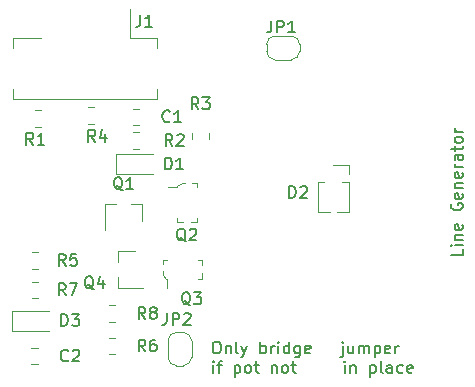
<source format=gbr>
G04 #@! TF.GenerationSoftware,KiCad,Pcbnew,(5.1.0)-1*
G04 #@! TF.CreationDate,2020-03-11T19:31:42+00:00*
G04 #@! TF.ProjectId,Line Generator,4c696e65-2047-4656-9e65-7261746f722e,rev?*
G04 #@! TF.SameCoordinates,Original*
G04 #@! TF.FileFunction,Legend,Top*
G04 #@! TF.FilePolarity,Positive*
%FSLAX46Y46*%
G04 Gerber Fmt 4.6, Leading zero omitted, Abs format (unit mm)*
G04 Created by KiCad (PCBNEW (5.1.0)-1) date 2020-03-11 19:31:42*
%MOMM*%
%LPD*%
G04 APERTURE LIST*
%ADD10C,0.150000*%
%ADD11C,0.120000*%
%ADD12C,0.100000*%
G04 APERTURE END LIST*
D10*
X240952380Y-90059523D02*
X240952380Y-90535714D01*
X239952380Y-90535714D01*
X240952380Y-89726190D02*
X240285714Y-89726190D01*
X239952380Y-89726190D02*
X240000000Y-89773809D01*
X240047619Y-89726190D01*
X240000000Y-89678571D01*
X239952380Y-89726190D01*
X240047619Y-89726190D01*
X240285714Y-89250000D02*
X240952380Y-89250000D01*
X240380952Y-89250000D02*
X240333333Y-89202380D01*
X240285714Y-89107142D01*
X240285714Y-88964285D01*
X240333333Y-88869047D01*
X240428571Y-88821428D01*
X240952380Y-88821428D01*
X240904761Y-87964285D02*
X240952380Y-88059523D01*
X240952380Y-88250000D01*
X240904761Y-88345238D01*
X240809523Y-88392857D01*
X240428571Y-88392857D01*
X240333333Y-88345238D01*
X240285714Y-88250000D01*
X240285714Y-88059523D01*
X240333333Y-87964285D01*
X240428571Y-87916666D01*
X240523809Y-87916666D01*
X240619047Y-88392857D01*
X240000000Y-86202380D02*
X239952380Y-86297619D01*
X239952380Y-86440476D01*
X240000000Y-86583333D01*
X240095238Y-86678571D01*
X240190476Y-86726190D01*
X240380952Y-86773809D01*
X240523809Y-86773809D01*
X240714285Y-86726190D01*
X240809523Y-86678571D01*
X240904761Y-86583333D01*
X240952380Y-86440476D01*
X240952380Y-86345238D01*
X240904761Y-86202380D01*
X240857142Y-86154761D01*
X240523809Y-86154761D01*
X240523809Y-86345238D01*
X240904761Y-85345238D02*
X240952380Y-85440476D01*
X240952380Y-85630952D01*
X240904761Y-85726190D01*
X240809523Y-85773809D01*
X240428571Y-85773809D01*
X240333333Y-85726190D01*
X240285714Y-85630952D01*
X240285714Y-85440476D01*
X240333333Y-85345238D01*
X240428571Y-85297619D01*
X240523809Y-85297619D01*
X240619047Y-85773809D01*
X240285714Y-84869047D02*
X240952380Y-84869047D01*
X240380952Y-84869047D02*
X240333333Y-84821428D01*
X240285714Y-84726190D01*
X240285714Y-84583333D01*
X240333333Y-84488095D01*
X240428571Y-84440476D01*
X240952380Y-84440476D01*
X240904761Y-83583333D02*
X240952380Y-83678571D01*
X240952380Y-83869047D01*
X240904761Y-83964285D01*
X240809523Y-84011904D01*
X240428571Y-84011904D01*
X240333333Y-83964285D01*
X240285714Y-83869047D01*
X240285714Y-83678571D01*
X240333333Y-83583333D01*
X240428571Y-83535714D01*
X240523809Y-83535714D01*
X240619047Y-84011904D01*
X240952380Y-83107142D02*
X240285714Y-83107142D01*
X240476190Y-83107142D02*
X240380952Y-83059523D01*
X240333333Y-83011904D01*
X240285714Y-82916666D01*
X240285714Y-82821428D01*
X240952380Y-82059523D02*
X240428571Y-82059523D01*
X240333333Y-82107142D01*
X240285714Y-82202380D01*
X240285714Y-82392857D01*
X240333333Y-82488095D01*
X240904761Y-82059523D02*
X240952380Y-82154761D01*
X240952380Y-82392857D01*
X240904761Y-82488095D01*
X240809523Y-82535714D01*
X240714285Y-82535714D01*
X240619047Y-82488095D01*
X240571428Y-82392857D01*
X240571428Y-82154761D01*
X240523809Y-82059523D01*
X240285714Y-81726190D02*
X240285714Y-81345238D01*
X239952380Y-81583333D02*
X240809523Y-81583333D01*
X240904761Y-81535714D01*
X240952380Y-81440476D01*
X240952380Y-81345238D01*
X240952380Y-80869047D02*
X240904761Y-80964285D01*
X240857142Y-81011904D01*
X240761904Y-81059523D01*
X240476190Y-81059523D01*
X240380952Y-81011904D01*
X240333333Y-80964285D01*
X240285714Y-80869047D01*
X240285714Y-80726190D01*
X240333333Y-80630952D01*
X240380952Y-80583333D01*
X240476190Y-80535714D01*
X240761904Y-80535714D01*
X240857142Y-80583333D01*
X240904761Y-80630952D01*
X240952380Y-80726190D01*
X240952380Y-80869047D01*
X240952380Y-80107142D02*
X240285714Y-80107142D01*
X240476190Y-80107142D02*
X240380952Y-80059523D01*
X240333333Y-80011904D01*
X240285714Y-79916666D01*
X240285714Y-79821428D01*
X220026071Y-97877380D02*
X220216547Y-97877380D01*
X220311785Y-97925000D01*
X220407023Y-98020238D01*
X220454642Y-98210714D01*
X220454642Y-98544047D01*
X220407023Y-98734523D01*
X220311785Y-98829761D01*
X220216547Y-98877380D01*
X220026071Y-98877380D01*
X219930833Y-98829761D01*
X219835595Y-98734523D01*
X219787976Y-98544047D01*
X219787976Y-98210714D01*
X219835595Y-98020238D01*
X219930833Y-97925000D01*
X220026071Y-97877380D01*
X220883214Y-98210714D02*
X220883214Y-98877380D01*
X220883214Y-98305952D02*
X220930833Y-98258333D01*
X221026071Y-98210714D01*
X221168928Y-98210714D01*
X221264166Y-98258333D01*
X221311785Y-98353571D01*
X221311785Y-98877380D01*
X221930833Y-98877380D02*
X221835595Y-98829761D01*
X221787976Y-98734523D01*
X221787976Y-97877380D01*
X222216547Y-98210714D02*
X222454642Y-98877380D01*
X222692738Y-98210714D02*
X222454642Y-98877380D01*
X222359404Y-99115476D01*
X222311785Y-99163095D01*
X222216547Y-99210714D01*
X223835595Y-98877380D02*
X223835595Y-97877380D01*
X223835595Y-98258333D02*
X223930833Y-98210714D01*
X224121309Y-98210714D01*
X224216547Y-98258333D01*
X224264166Y-98305952D01*
X224311785Y-98401190D01*
X224311785Y-98686904D01*
X224264166Y-98782142D01*
X224216547Y-98829761D01*
X224121309Y-98877380D01*
X223930833Y-98877380D01*
X223835595Y-98829761D01*
X224740357Y-98877380D02*
X224740357Y-98210714D01*
X224740357Y-98401190D02*
X224787976Y-98305952D01*
X224835595Y-98258333D01*
X224930833Y-98210714D01*
X225026071Y-98210714D01*
X225359404Y-98877380D02*
X225359404Y-98210714D01*
X225359404Y-97877380D02*
X225311785Y-97925000D01*
X225359404Y-97972619D01*
X225407023Y-97925000D01*
X225359404Y-97877380D01*
X225359404Y-97972619D01*
X226264166Y-98877380D02*
X226264166Y-97877380D01*
X226264166Y-98829761D02*
X226168928Y-98877380D01*
X225978452Y-98877380D01*
X225883214Y-98829761D01*
X225835595Y-98782142D01*
X225787976Y-98686904D01*
X225787976Y-98401190D01*
X225835595Y-98305952D01*
X225883214Y-98258333D01*
X225978452Y-98210714D01*
X226168928Y-98210714D01*
X226264166Y-98258333D01*
X227168928Y-98210714D02*
X227168928Y-99020238D01*
X227121309Y-99115476D01*
X227073690Y-99163095D01*
X226978452Y-99210714D01*
X226835595Y-99210714D01*
X226740357Y-99163095D01*
X227168928Y-98829761D02*
X227073690Y-98877380D01*
X226883214Y-98877380D01*
X226787976Y-98829761D01*
X226740357Y-98782142D01*
X226692738Y-98686904D01*
X226692738Y-98401190D01*
X226740357Y-98305952D01*
X226787976Y-98258333D01*
X226883214Y-98210714D01*
X227073690Y-98210714D01*
X227168928Y-98258333D01*
X228026071Y-98829761D02*
X227930833Y-98877380D01*
X227740357Y-98877380D01*
X227645119Y-98829761D01*
X227597500Y-98734523D01*
X227597500Y-98353571D01*
X227645119Y-98258333D01*
X227740357Y-98210714D01*
X227930833Y-98210714D01*
X228026071Y-98258333D01*
X228073690Y-98353571D01*
X228073690Y-98448809D01*
X227597500Y-98544047D01*
X230787976Y-98210714D02*
X230787976Y-99067857D01*
X230740357Y-99163095D01*
X230645119Y-99210714D01*
X230597500Y-99210714D01*
X230787976Y-97877380D02*
X230740357Y-97925000D01*
X230787976Y-97972619D01*
X230835595Y-97925000D01*
X230787976Y-97877380D01*
X230787976Y-97972619D01*
X231692738Y-98210714D02*
X231692738Y-98877380D01*
X231264166Y-98210714D02*
X231264166Y-98734523D01*
X231311785Y-98829761D01*
X231407023Y-98877380D01*
X231549880Y-98877380D01*
X231645119Y-98829761D01*
X231692738Y-98782142D01*
X232168928Y-98877380D02*
X232168928Y-98210714D01*
X232168928Y-98305952D02*
X232216547Y-98258333D01*
X232311785Y-98210714D01*
X232454642Y-98210714D01*
X232549880Y-98258333D01*
X232597500Y-98353571D01*
X232597500Y-98877380D01*
X232597500Y-98353571D02*
X232645119Y-98258333D01*
X232740357Y-98210714D01*
X232883214Y-98210714D01*
X232978452Y-98258333D01*
X233026071Y-98353571D01*
X233026071Y-98877380D01*
X233502261Y-98210714D02*
X233502261Y-99210714D01*
X233502261Y-98258333D02*
X233597500Y-98210714D01*
X233787976Y-98210714D01*
X233883214Y-98258333D01*
X233930833Y-98305952D01*
X233978452Y-98401190D01*
X233978452Y-98686904D01*
X233930833Y-98782142D01*
X233883214Y-98829761D01*
X233787976Y-98877380D01*
X233597500Y-98877380D01*
X233502261Y-98829761D01*
X234787976Y-98829761D02*
X234692738Y-98877380D01*
X234502261Y-98877380D01*
X234407023Y-98829761D01*
X234359404Y-98734523D01*
X234359404Y-98353571D01*
X234407023Y-98258333D01*
X234502261Y-98210714D01*
X234692738Y-98210714D01*
X234787976Y-98258333D01*
X234835595Y-98353571D01*
X234835595Y-98448809D01*
X234359404Y-98544047D01*
X235264166Y-98877380D02*
X235264166Y-98210714D01*
X235264166Y-98401190D02*
X235311785Y-98305952D01*
X235359404Y-98258333D01*
X235454642Y-98210714D01*
X235549880Y-98210714D01*
X219835595Y-100527380D02*
X219835595Y-99860714D01*
X219835595Y-99527380D02*
X219787976Y-99575000D01*
X219835595Y-99622619D01*
X219883214Y-99575000D01*
X219835595Y-99527380D01*
X219835595Y-99622619D01*
X220168928Y-99860714D02*
X220549880Y-99860714D01*
X220311785Y-100527380D02*
X220311785Y-99670238D01*
X220359404Y-99575000D01*
X220454642Y-99527380D01*
X220549880Y-99527380D01*
X221645119Y-99860714D02*
X221645119Y-100860714D01*
X221645119Y-99908333D02*
X221740357Y-99860714D01*
X221930833Y-99860714D01*
X222026071Y-99908333D01*
X222073690Y-99955952D01*
X222121309Y-100051190D01*
X222121309Y-100336904D01*
X222073690Y-100432142D01*
X222026071Y-100479761D01*
X221930833Y-100527380D01*
X221740357Y-100527380D01*
X221645119Y-100479761D01*
X222692738Y-100527380D02*
X222597500Y-100479761D01*
X222549880Y-100432142D01*
X222502261Y-100336904D01*
X222502261Y-100051190D01*
X222549880Y-99955952D01*
X222597500Y-99908333D01*
X222692738Y-99860714D01*
X222835595Y-99860714D01*
X222930833Y-99908333D01*
X222978452Y-99955952D01*
X223026071Y-100051190D01*
X223026071Y-100336904D01*
X222978452Y-100432142D01*
X222930833Y-100479761D01*
X222835595Y-100527380D01*
X222692738Y-100527380D01*
X223311785Y-99860714D02*
X223692738Y-99860714D01*
X223454642Y-99527380D02*
X223454642Y-100384523D01*
X223502261Y-100479761D01*
X223597500Y-100527380D01*
X223692738Y-100527380D01*
X224787976Y-99860714D02*
X224787976Y-100527380D01*
X224787976Y-99955952D02*
X224835595Y-99908333D01*
X224930833Y-99860714D01*
X225073690Y-99860714D01*
X225168928Y-99908333D01*
X225216547Y-100003571D01*
X225216547Y-100527380D01*
X225835595Y-100527380D02*
X225740357Y-100479761D01*
X225692738Y-100432142D01*
X225645119Y-100336904D01*
X225645119Y-100051190D01*
X225692738Y-99955952D01*
X225740357Y-99908333D01*
X225835595Y-99860714D01*
X225978452Y-99860714D01*
X226073690Y-99908333D01*
X226121309Y-99955952D01*
X226168928Y-100051190D01*
X226168928Y-100336904D01*
X226121309Y-100432142D01*
X226073690Y-100479761D01*
X225978452Y-100527380D01*
X225835595Y-100527380D01*
X226454642Y-99860714D02*
X226835595Y-99860714D01*
X226597500Y-99527380D02*
X226597500Y-100384523D01*
X226645119Y-100479761D01*
X226740357Y-100527380D01*
X226835595Y-100527380D01*
X230978452Y-100527380D02*
X230978452Y-99860714D01*
X230978452Y-99527380D02*
X230930833Y-99575000D01*
X230978452Y-99622619D01*
X231026071Y-99575000D01*
X230978452Y-99527380D01*
X230978452Y-99622619D01*
X231454642Y-99860714D02*
X231454642Y-100527380D01*
X231454642Y-99955952D02*
X231502261Y-99908333D01*
X231597500Y-99860714D01*
X231740357Y-99860714D01*
X231835595Y-99908333D01*
X231883214Y-100003571D01*
X231883214Y-100527380D01*
X233121309Y-99860714D02*
X233121309Y-100860714D01*
X233121309Y-99908333D02*
X233216547Y-99860714D01*
X233407023Y-99860714D01*
X233502261Y-99908333D01*
X233549880Y-99955952D01*
X233597500Y-100051190D01*
X233597500Y-100336904D01*
X233549880Y-100432142D01*
X233502261Y-100479761D01*
X233407023Y-100527380D01*
X233216547Y-100527380D01*
X233121309Y-100479761D01*
X234168928Y-100527380D02*
X234073690Y-100479761D01*
X234026071Y-100384523D01*
X234026071Y-99527380D01*
X234978452Y-100527380D02*
X234978452Y-100003571D01*
X234930833Y-99908333D01*
X234835595Y-99860714D01*
X234645119Y-99860714D01*
X234549880Y-99908333D01*
X234978452Y-100479761D02*
X234883214Y-100527380D01*
X234645119Y-100527380D01*
X234549880Y-100479761D01*
X234502261Y-100384523D01*
X234502261Y-100289285D01*
X234549880Y-100194047D01*
X234645119Y-100146428D01*
X234883214Y-100146428D01*
X234978452Y-100098809D01*
X235883214Y-100479761D02*
X235787976Y-100527380D01*
X235597500Y-100527380D01*
X235502261Y-100479761D01*
X235454642Y-100432142D01*
X235407023Y-100336904D01*
X235407023Y-100051190D01*
X235454642Y-99955952D01*
X235502261Y-99908333D01*
X235597500Y-99860714D01*
X235787976Y-99860714D01*
X235883214Y-99908333D01*
X236692738Y-100479761D02*
X236597500Y-100527380D01*
X236407023Y-100527380D01*
X236311785Y-100479761D01*
X236264166Y-100384523D01*
X236264166Y-100003571D01*
X236311785Y-99908333D01*
X236407023Y-99860714D01*
X236597500Y-99860714D01*
X236692738Y-99908333D01*
X236740357Y-100003571D01*
X236740357Y-100098809D01*
X236264166Y-100194047D01*
D11*
X215085000Y-72990000D02*
X215085000Y-72140000D01*
X215085000Y-72140000D02*
X212760000Y-72140000D01*
X212760000Y-72140000D02*
X212760000Y-69750000D01*
X202915000Y-72990000D02*
X202915000Y-72140000D01*
X202915000Y-72140000D02*
X205240000Y-72140000D01*
X215085000Y-76510000D02*
X215085000Y-77360000D01*
X215085000Y-77360000D02*
X202915000Y-77360000D01*
X202915000Y-77360000D02*
X202915000Y-76510000D01*
X211600000Y-82000000D02*
X211600000Y-83700000D01*
X211600000Y-83700000D02*
X214750000Y-83700000D01*
X211600000Y-82000000D02*
X214750000Y-82000000D01*
X228670000Y-84335000D02*
X229240000Y-84335000D01*
X230760000Y-84335000D02*
X231330000Y-84335000D01*
X228670000Y-84335000D02*
X228670000Y-86935000D01*
X228670000Y-86935000D02*
X229692470Y-86935000D01*
X230307530Y-86935000D02*
X231330000Y-86935000D01*
X231330000Y-84335000D02*
X231330000Y-86935000D01*
X231330000Y-82940000D02*
X231330000Y-83700000D01*
X230000000Y-82940000D02*
X231330000Y-82940000D01*
X213830000Y-86240000D02*
X212900000Y-86240000D01*
X210670000Y-86240000D02*
X211600000Y-86240000D01*
X210670000Y-86240000D02*
X210670000Y-88400000D01*
X213830000Y-86240000D02*
X213830000Y-87700000D01*
X205261252Y-79710000D02*
X204738748Y-79710000D01*
X205261252Y-78290000D02*
X204738748Y-78290000D01*
X209238748Y-79460000D02*
X209761252Y-79460000D01*
X209238748Y-78040000D02*
X209761252Y-78040000D01*
X213561252Y-79560000D02*
X213038748Y-79560000D01*
X213561252Y-78140000D02*
X213038748Y-78140000D01*
X225050000Y-72000000D02*
X226450000Y-72000000D01*
X227150000Y-72700000D02*
X227150000Y-73300000D01*
X226450000Y-74000000D02*
X225050000Y-74000000D01*
X224350000Y-73300000D02*
X224350000Y-72700000D01*
X224350000Y-72700000D02*
G75*
G02X225050000Y-72000000I700000J0D01*
G01*
X225050000Y-74000000D02*
G75*
G02X224350000Y-73300000I0J700000D01*
G01*
X227150000Y-73300000D02*
G75*
G02X226450000Y-74000000I-700000J0D01*
G01*
X226450000Y-72000000D02*
G75*
G02X227150000Y-72700000I0J-700000D01*
G01*
D12*
X218425000Y-84450000D02*
X218425000Y-84750000D01*
X218050000Y-84450000D02*
X218425000Y-84450000D01*
X218425000Y-87750000D02*
X217975000Y-87750000D01*
X218425000Y-87450000D02*
X218425000Y-87750000D01*
X218425000Y-87525000D02*
X218425000Y-87400000D01*
X216775000Y-87750000D02*
X216775000Y-87400000D01*
X217250000Y-87750000D02*
X216775000Y-87750000D01*
X216775000Y-84775000D02*
X216000000Y-84775000D01*
X216775000Y-84725000D02*
X216775000Y-84775000D01*
X217150000Y-84450000D02*
X216775000Y-84725000D01*
X217425000Y-84450000D02*
X217150000Y-84450000D01*
D11*
X204961252Y-99810000D02*
X204438748Y-99810000D01*
X204961252Y-98390000D02*
X204438748Y-98390000D01*
X202800000Y-95250000D02*
X202800000Y-96950000D01*
X202800000Y-96950000D02*
X205950000Y-96950000D01*
X202800000Y-95250000D02*
X205950000Y-95250000D01*
X218000000Y-99200000D02*
G75*
G02X217300000Y-99900000I-700000J0D01*
G01*
X216700000Y-99900000D02*
G75*
G02X216000000Y-99200000I0J700000D01*
G01*
X216000000Y-97800000D02*
G75*
G02X216700000Y-97100000I700000J0D01*
G01*
X217300000Y-97100000D02*
G75*
G02X218000000Y-97800000I0J-700000D01*
G01*
X216700000Y-97100000D02*
X217300000Y-97100000D01*
X216000000Y-99200000D02*
X216000000Y-97800000D01*
X217300000Y-99900000D02*
X216700000Y-99900000D01*
X218000000Y-97800000D02*
X218000000Y-99200000D01*
D12*
X215600000Y-91925000D02*
X215600000Y-92200000D01*
X215600000Y-92200000D02*
X215875000Y-92575000D01*
X215875000Y-92575000D02*
X215925000Y-92575000D01*
X215925000Y-92575000D02*
X215925000Y-93350000D01*
X218900000Y-92100000D02*
X218900000Y-92575000D01*
X218900000Y-92575000D02*
X218550000Y-92575000D01*
X218675000Y-90925000D02*
X218550000Y-90925000D01*
X218600000Y-90925000D02*
X218900000Y-90925000D01*
X218900000Y-90925000D02*
X218900000Y-91375000D01*
X215600000Y-91300000D02*
X215600000Y-90925000D01*
X215600000Y-90925000D02*
X215900000Y-90925000D01*
D11*
X211740000Y-90170000D02*
X211740000Y-91100000D01*
X211740000Y-93330000D02*
X211740000Y-92400000D01*
X211740000Y-93330000D02*
X213900000Y-93330000D01*
X211740000Y-90170000D02*
X213200000Y-90170000D01*
X205011252Y-91710000D02*
X204488748Y-91710000D01*
X205011252Y-90290000D02*
X204488748Y-90290000D01*
X211511252Y-94790000D02*
X210988748Y-94790000D01*
X211511252Y-96210000D02*
X210988748Y-96210000D01*
X213038748Y-81560000D02*
X213561252Y-81560000D01*
X213038748Y-80140000D02*
X213561252Y-80140000D01*
X219460000Y-80238748D02*
X219460000Y-80761252D01*
X218040000Y-80238748D02*
X218040000Y-80761252D01*
X210988748Y-98960000D02*
X211511252Y-98960000D01*
X210988748Y-97540000D02*
X211511252Y-97540000D01*
X204488748Y-92790000D02*
X205011252Y-92790000D01*
X204488748Y-94210000D02*
X205011252Y-94210000D01*
D10*
X213666666Y-70202380D02*
X213666666Y-70916666D01*
X213619047Y-71059523D01*
X213523809Y-71154761D01*
X213380952Y-71202380D01*
X213285714Y-71202380D01*
X214666666Y-71202380D02*
X214095238Y-71202380D01*
X214380952Y-71202380D02*
X214380952Y-70202380D01*
X214285714Y-70345238D01*
X214190476Y-70440476D01*
X214095238Y-70488095D01*
X215761904Y-83302380D02*
X215761904Y-82302380D01*
X216000000Y-82302380D01*
X216142857Y-82350000D01*
X216238095Y-82445238D01*
X216285714Y-82540476D01*
X216333333Y-82730952D01*
X216333333Y-82873809D01*
X216285714Y-83064285D01*
X216238095Y-83159523D01*
X216142857Y-83254761D01*
X216000000Y-83302380D01*
X215761904Y-83302380D01*
X217285714Y-83302380D02*
X216714285Y-83302380D01*
X217000000Y-83302380D02*
X217000000Y-82302380D01*
X216904761Y-82445238D01*
X216809523Y-82540476D01*
X216714285Y-82588095D01*
X226261904Y-85702380D02*
X226261904Y-84702380D01*
X226500000Y-84702380D01*
X226642857Y-84750000D01*
X226738095Y-84845238D01*
X226785714Y-84940476D01*
X226833333Y-85130952D01*
X226833333Y-85273809D01*
X226785714Y-85464285D01*
X226738095Y-85559523D01*
X226642857Y-85654761D01*
X226500000Y-85702380D01*
X226261904Y-85702380D01*
X227214285Y-84797619D02*
X227261904Y-84750000D01*
X227357142Y-84702380D01*
X227595238Y-84702380D01*
X227690476Y-84750000D01*
X227738095Y-84797619D01*
X227785714Y-84892857D01*
X227785714Y-84988095D01*
X227738095Y-85130952D01*
X227166666Y-85702380D01*
X227785714Y-85702380D01*
X212154761Y-85047619D02*
X212059523Y-85000000D01*
X211964285Y-84904761D01*
X211821428Y-84761904D01*
X211726190Y-84714285D01*
X211630952Y-84714285D01*
X211678571Y-84952380D02*
X211583333Y-84904761D01*
X211488095Y-84809523D01*
X211440476Y-84619047D01*
X211440476Y-84285714D01*
X211488095Y-84095238D01*
X211583333Y-84000000D01*
X211678571Y-83952380D01*
X211869047Y-83952380D01*
X211964285Y-84000000D01*
X212059523Y-84095238D01*
X212107142Y-84285714D01*
X212107142Y-84619047D01*
X212059523Y-84809523D01*
X211964285Y-84904761D01*
X211869047Y-84952380D01*
X211678571Y-84952380D01*
X213059523Y-84952380D02*
X212488095Y-84952380D01*
X212773809Y-84952380D02*
X212773809Y-83952380D01*
X212678571Y-84095238D01*
X212583333Y-84190476D01*
X212488095Y-84238095D01*
X204583333Y-81202380D02*
X204250000Y-80726190D01*
X204011904Y-81202380D02*
X204011904Y-80202380D01*
X204392857Y-80202380D01*
X204488095Y-80250000D01*
X204535714Y-80297619D01*
X204583333Y-80392857D01*
X204583333Y-80535714D01*
X204535714Y-80630952D01*
X204488095Y-80678571D01*
X204392857Y-80726190D01*
X204011904Y-80726190D01*
X205535714Y-81202380D02*
X204964285Y-81202380D01*
X205250000Y-81202380D02*
X205250000Y-80202380D01*
X205154761Y-80345238D01*
X205059523Y-80440476D01*
X204964285Y-80488095D01*
X209833333Y-80952380D02*
X209500000Y-80476190D01*
X209261904Y-80952380D02*
X209261904Y-79952380D01*
X209642857Y-79952380D01*
X209738095Y-80000000D01*
X209785714Y-80047619D01*
X209833333Y-80142857D01*
X209833333Y-80285714D01*
X209785714Y-80380952D01*
X209738095Y-80428571D01*
X209642857Y-80476190D01*
X209261904Y-80476190D01*
X210690476Y-80285714D02*
X210690476Y-80952380D01*
X210452380Y-79904761D02*
X210214285Y-80619047D01*
X210833333Y-80619047D01*
X216158333Y-79207142D02*
X216110714Y-79254761D01*
X215967857Y-79302380D01*
X215872619Y-79302380D01*
X215729761Y-79254761D01*
X215634523Y-79159523D01*
X215586904Y-79064285D01*
X215539285Y-78873809D01*
X215539285Y-78730952D01*
X215586904Y-78540476D01*
X215634523Y-78445238D01*
X215729761Y-78350000D01*
X215872619Y-78302380D01*
X215967857Y-78302380D01*
X216110714Y-78350000D01*
X216158333Y-78397619D01*
X217110714Y-79302380D02*
X216539285Y-79302380D01*
X216825000Y-79302380D02*
X216825000Y-78302380D01*
X216729761Y-78445238D01*
X216634523Y-78540476D01*
X216539285Y-78588095D01*
X224766666Y-70702380D02*
X224766666Y-71416666D01*
X224719047Y-71559523D01*
X224623809Y-71654761D01*
X224480952Y-71702380D01*
X224385714Y-71702380D01*
X225242857Y-71702380D02*
X225242857Y-70702380D01*
X225623809Y-70702380D01*
X225719047Y-70750000D01*
X225766666Y-70797619D01*
X225814285Y-70892857D01*
X225814285Y-71035714D01*
X225766666Y-71130952D01*
X225719047Y-71178571D01*
X225623809Y-71226190D01*
X225242857Y-71226190D01*
X226766666Y-71702380D02*
X226195238Y-71702380D01*
X226480952Y-71702380D02*
X226480952Y-70702380D01*
X226385714Y-70845238D01*
X226290476Y-70940476D01*
X226195238Y-70988095D01*
X217504761Y-89397619D02*
X217409523Y-89350000D01*
X217314285Y-89254761D01*
X217171428Y-89111904D01*
X217076190Y-89064285D01*
X216980952Y-89064285D01*
X217028571Y-89302380D02*
X216933333Y-89254761D01*
X216838095Y-89159523D01*
X216790476Y-88969047D01*
X216790476Y-88635714D01*
X216838095Y-88445238D01*
X216933333Y-88350000D01*
X217028571Y-88302380D01*
X217219047Y-88302380D01*
X217314285Y-88350000D01*
X217409523Y-88445238D01*
X217457142Y-88635714D01*
X217457142Y-88969047D01*
X217409523Y-89159523D01*
X217314285Y-89254761D01*
X217219047Y-89302380D01*
X217028571Y-89302380D01*
X217838095Y-88397619D02*
X217885714Y-88350000D01*
X217980952Y-88302380D01*
X218219047Y-88302380D01*
X218314285Y-88350000D01*
X218361904Y-88397619D01*
X218409523Y-88492857D01*
X218409523Y-88588095D01*
X218361904Y-88730952D01*
X217790476Y-89302380D01*
X218409523Y-89302380D01*
X207558333Y-99457142D02*
X207510714Y-99504761D01*
X207367857Y-99552380D01*
X207272619Y-99552380D01*
X207129761Y-99504761D01*
X207034523Y-99409523D01*
X206986904Y-99314285D01*
X206939285Y-99123809D01*
X206939285Y-98980952D01*
X206986904Y-98790476D01*
X207034523Y-98695238D01*
X207129761Y-98600000D01*
X207272619Y-98552380D01*
X207367857Y-98552380D01*
X207510714Y-98600000D01*
X207558333Y-98647619D01*
X207939285Y-98647619D02*
X207986904Y-98600000D01*
X208082142Y-98552380D01*
X208320238Y-98552380D01*
X208415476Y-98600000D01*
X208463095Y-98647619D01*
X208510714Y-98742857D01*
X208510714Y-98838095D01*
X208463095Y-98980952D01*
X207891666Y-99552380D01*
X208510714Y-99552380D01*
X206961904Y-96552380D02*
X206961904Y-95552380D01*
X207200000Y-95552380D01*
X207342857Y-95600000D01*
X207438095Y-95695238D01*
X207485714Y-95790476D01*
X207533333Y-95980952D01*
X207533333Y-96123809D01*
X207485714Y-96314285D01*
X207438095Y-96409523D01*
X207342857Y-96504761D01*
X207200000Y-96552380D01*
X206961904Y-96552380D01*
X207866666Y-95552380D02*
X208485714Y-95552380D01*
X208152380Y-95933333D01*
X208295238Y-95933333D01*
X208390476Y-95980952D01*
X208438095Y-96028571D01*
X208485714Y-96123809D01*
X208485714Y-96361904D01*
X208438095Y-96457142D01*
X208390476Y-96504761D01*
X208295238Y-96552380D01*
X208009523Y-96552380D01*
X207914285Y-96504761D01*
X207866666Y-96457142D01*
X215916666Y-95452380D02*
X215916666Y-96166666D01*
X215869047Y-96309523D01*
X215773809Y-96404761D01*
X215630952Y-96452380D01*
X215535714Y-96452380D01*
X216392857Y-96452380D02*
X216392857Y-95452380D01*
X216773809Y-95452380D01*
X216869047Y-95500000D01*
X216916666Y-95547619D01*
X216964285Y-95642857D01*
X216964285Y-95785714D01*
X216916666Y-95880952D01*
X216869047Y-95928571D01*
X216773809Y-95976190D01*
X216392857Y-95976190D01*
X217345238Y-95547619D02*
X217392857Y-95500000D01*
X217488095Y-95452380D01*
X217726190Y-95452380D01*
X217821428Y-95500000D01*
X217869047Y-95547619D01*
X217916666Y-95642857D01*
X217916666Y-95738095D01*
X217869047Y-95880952D01*
X217297619Y-96452380D01*
X217916666Y-96452380D01*
X217904761Y-94797619D02*
X217809523Y-94750000D01*
X217714285Y-94654761D01*
X217571428Y-94511904D01*
X217476190Y-94464285D01*
X217380952Y-94464285D01*
X217428571Y-94702380D02*
X217333333Y-94654761D01*
X217238095Y-94559523D01*
X217190476Y-94369047D01*
X217190476Y-94035714D01*
X217238095Y-93845238D01*
X217333333Y-93750000D01*
X217428571Y-93702380D01*
X217619047Y-93702380D01*
X217714285Y-93750000D01*
X217809523Y-93845238D01*
X217857142Y-94035714D01*
X217857142Y-94369047D01*
X217809523Y-94559523D01*
X217714285Y-94654761D01*
X217619047Y-94702380D01*
X217428571Y-94702380D01*
X218190476Y-93702380D02*
X218809523Y-93702380D01*
X218476190Y-94083333D01*
X218619047Y-94083333D01*
X218714285Y-94130952D01*
X218761904Y-94178571D01*
X218809523Y-94273809D01*
X218809523Y-94511904D01*
X218761904Y-94607142D01*
X218714285Y-94654761D01*
X218619047Y-94702380D01*
X218333333Y-94702380D01*
X218238095Y-94654761D01*
X218190476Y-94607142D01*
X209704761Y-93447619D02*
X209609523Y-93400000D01*
X209514285Y-93304761D01*
X209371428Y-93161904D01*
X209276190Y-93114285D01*
X209180952Y-93114285D01*
X209228571Y-93352380D02*
X209133333Y-93304761D01*
X209038095Y-93209523D01*
X208990476Y-93019047D01*
X208990476Y-92685714D01*
X209038095Y-92495238D01*
X209133333Y-92400000D01*
X209228571Y-92352380D01*
X209419047Y-92352380D01*
X209514285Y-92400000D01*
X209609523Y-92495238D01*
X209657142Y-92685714D01*
X209657142Y-93019047D01*
X209609523Y-93209523D01*
X209514285Y-93304761D01*
X209419047Y-93352380D01*
X209228571Y-93352380D01*
X210514285Y-92685714D02*
X210514285Y-93352380D01*
X210276190Y-92304761D02*
X210038095Y-93019047D01*
X210657142Y-93019047D01*
X207333333Y-91452380D02*
X207000000Y-90976190D01*
X206761904Y-91452380D02*
X206761904Y-90452380D01*
X207142857Y-90452380D01*
X207238095Y-90500000D01*
X207285714Y-90547619D01*
X207333333Y-90642857D01*
X207333333Y-90785714D01*
X207285714Y-90880952D01*
X207238095Y-90928571D01*
X207142857Y-90976190D01*
X206761904Y-90976190D01*
X208238095Y-90452380D02*
X207761904Y-90452380D01*
X207714285Y-90928571D01*
X207761904Y-90880952D01*
X207857142Y-90833333D01*
X208095238Y-90833333D01*
X208190476Y-90880952D01*
X208238095Y-90928571D01*
X208285714Y-91023809D01*
X208285714Y-91261904D01*
X208238095Y-91357142D01*
X208190476Y-91404761D01*
X208095238Y-91452380D01*
X207857142Y-91452380D01*
X207761904Y-91404761D01*
X207714285Y-91357142D01*
X214083333Y-95952380D02*
X213750000Y-95476190D01*
X213511904Y-95952380D02*
X213511904Y-94952380D01*
X213892857Y-94952380D01*
X213988095Y-95000000D01*
X214035714Y-95047619D01*
X214083333Y-95142857D01*
X214083333Y-95285714D01*
X214035714Y-95380952D01*
X213988095Y-95428571D01*
X213892857Y-95476190D01*
X213511904Y-95476190D01*
X214654761Y-95380952D02*
X214559523Y-95333333D01*
X214511904Y-95285714D01*
X214464285Y-95190476D01*
X214464285Y-95142857D01*
X214511904Y-95047619D01*
X214559523Y-95000000D01*
X214654761Y-94952380D01*
X214845238Y-94952380D01*
X214940476Y-95000000D01*
X214988095Y-95047619D01*
X215035714Y-95142857D01*
X215035714Y-95190476D01*
X214988095Y-95285714D01*
X214940476Y-95333333D01*
X214845238Y-95380952D01*
X214654761Y-95380952D01*
X214559523Y-95428571D01*
X214511904Y-95476190D01*
X214464285Y-95571428D01*
X214464285Y-95761904D01*
X214511904Y-95857142D01*
X214559523Y-95904761D01*
X214654761Y-95952380D01*
X214845238Y-95952380D01*
X214940476Y-95904761D01*
X214988095Y-95857142D01*
X215035714Y-95761904D01*
X215035714Y-95571428D01*
X214988095Y-95476190D01*
X214940476Y-95428571D01*
X214845238Y-95380952D01*
X216383333Y-81302380D02*
X216050000Y-80826190D01*
X215811904Y-81302380D02*
X215811904Y-80302380D01*
X216192857Y-80302380D01*
X216288095Y-80350000D01*
X216335714Y-80397619D01*
X216383333Y-80492857D01*
X216383333Y-80635714D01*
X216335714Y-80730952D01*
X216288095Y-80778571D01*
X216192857Y-80826190D01*
X215811904Y-80826190D01*
X216764285Y-80397619D02*
X216811904Y-80350000D01*
X216907142Y-80302380D01*
X217145238Y-80302380D01*
X217240476Y-80350000D01*
X217288095Y-80397619D01*
X217335714Y-80492857D01*
X217335714Y-80588095D01*
X217288095Y-80730952D01*
X216716666Y-81302380D01*
X217335714Y-81302380D01*
X218583333Y-78202380D02*
X218250000Y-77726190D01*
X218011904Y-78202380D02*
X218011904Y-77202380D01*
X218392857Y-77202380D01*
X218488095Y-77250000D01*
X218535714Y-77297619D01*
X218583333Y-77392857D01*
X218583333Y-77535714D01*
X218535714Y-77630952D01*
X218488095Y-77678571D01*
X218392857Y-77726190D01*
X218011904Y-77726190D01*
X218916666Y-77202380D02*
X219535714Y-77202380D01*
X219202380Y-77583333D01*
X219345238Y-77583333D01*
X219440476Y-77630952D01*
X219488095Y-77678571D01*
X219535714Y-77773809D01*
X219535714Y-78011904D01*
X219488095Y-78107142D01*
X219440476Y-78154761D01*
X219345238Y-78202380D01*
X219059523Y-78202380D01*
X218964285Y-78154761D01*
X218916666Y-78107142D01*
X214083333Y-98702380D02*
X213750000Y-98226190D01*
X213511904Y-98702380D02*
X213511904Y-97702380D01*
X213892857Y-97702380D01*
X213988095Y-97750000D01*
X214035714Y-97797619D01*
X214083333Y-97892857D01*
X214083333Y-98035714D01*
X214035714Y-98130952D01*
X213988095Y-98178571D01*
X213892857Y-98226190D01*
X213511904Y-98226190D01*
X214940476Y-97702380D02*
X214750000Y-97702380D01*
X214654761Y-97750000D01*
X214607142Y-97797619D01*
X214511904Y-97940476D01*
X214464285Y-98130952D01*
X214464285Y-98511904D01*
X214511904Y-98607142D01*
X214559523Y-98654761D01*
X214654761Y-98702380D01*
X214845238Y-98702380D01*
X214940476Y-98654761D01*
X214988095Y-98607142D01*
X215035714Y-98511904D01*
X215035714Y-98273809D01*
X214988095Y-98178571D01*
X214940476Y-98130952D01*
X214845238Y-98083333D01*
X214654761Y-98083333D01*
X214559523Y-98130952D01*
X214511904Y-98178571D01*
X214464285Y-98273809D01*
X207333333Y-93952380D02*
X207000000Y-93476190D01*
X206761904Y-93952380D02*
X206761904Y-92952380D01*
X207142857Y-92952380D01*
X207238095Y-93000000D01*
X207285714Y-93047619D01*
X207333333Y-93142857D01*
X207333333Y-93285714D01*
X207285714Y-93380952D01*
X207238095Y-93428571D01*
X207142857Y-93476190D01*
X206761904Y-93476190D01*
X207666666Y-92952380D02*
X208333333Y-92952380D01*
X207904761Y-93952380D01*
M02*

</source>
